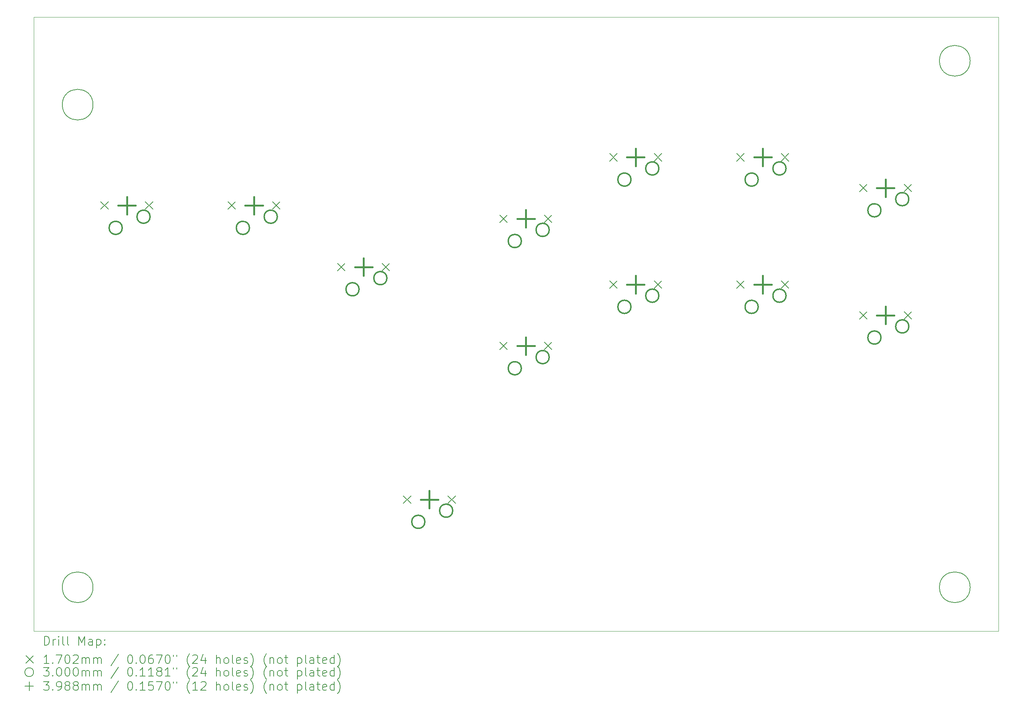
<source format=gbr>
%TF.GenerationSoftware,KiCad,Pcbnew,7.0.2*%
%TF.CreationDate,2023-06-15T01:27:32-07:00*%
%TF.ProjectId,DS5,4453352e-6b69-4636-9164-5f7063625858,rev?*%
%TF.SameCoordinates,Original*%
%TF.FileFunction,Drillmap*%
%TF.FilePolarity,Positive*%
%FSLAX45Y45*%
G04 Gerber Fmt 4.5, Leading zero omitted, Abs format (unit mm)*
G04 Created by KiCad (PCBNEW 7.0.2) date 2023-06-15 01:27:32*
%MOMM*%
%LPD*%
G01*
G04 APERTURE LIST*
%ADD10C,0.150000*%
%ADD11C,0.100000*%
%ADD12C,0.200000*%
%ADD13C,0.170180*%
%ADD14C,0.300000*%
%ADD15C,0.398780*%
G04 APERTURE END LIST*
D10*
X3150000Y-3700000D02*
G75*
G03*
X3150000Y-3700000I-350000J0D01*
G01*
X3150000Y-14700000D02*
G75*
G03*
X3150000Y-14700000I-350000J0D01*
G01*
X23150000Y-14700000D02*
G75*
G03*
X23150000Y-14700000I-350000J0D01*
G01*
X23150000Y-2700000D02*
G75*
G03*
X23150000Y-2700000I-350000J0D01*
G01*
D11*
X1800000Y-1700000D02*
X23800000Y-1700000D01*
X23800000Y-15700000D01*
X1800000Y-15700000D01*
X1800000Y-1700000D01*
D12*
D13*
X3327910Y-5914910D02*
X3498090Y-6085090D01*
X3498090Y-5914910D02*
X3327910Y-6085090D01*
X4343910Y-5914910D02*
X4514090Y-6085090D01*
X4514090Y-5914910D02*
X4343910Y-6085090D01*
X6227910Y-5914910D02*
X6398090Y-6085090D01*
X6398090Y-5914910D02*
X6227910Y-6085090D01*
X7243910Y-5914910D02*
X7414090Y-6085090D01*
X7414090Y-5914910D02*
X7243910Y-6085090D01*
X8727910Y-7314910D02*
X8898090Y-7485090D01*
X8898090Y-7314910D02*
X8727910Y-7485090D01*
X9743910Y-7314910D02*
X9914090Y-7485090D01*
X9914090Y-7314910D02*
X9743910Y-7485090D01*
X10227910Y-12614910D02*
X10398090Y-12785090D01*
X10398090Y-12614910D02*
X10227910Y-12785090D01*
X11243910Y-12614910D02*
X11414090Y-12785090D01*
X11414090Y-12614910D02*
X11243910Y-12785090D01*
X12427910Y-6214910D02*
X12598090Y-6385090D01*
X12598090Y-6214910D02*
X12427910Y-6385090D01*
X12427910Y-9114910D02*
X12598090Y-9285090D01*
X12598090Y-9114910D02*
X12427910Y-9285090D01*
X13443910Y-6214910D02*
X13614090Y-6385090D01*
X13614090Y-6214910D02*
X13443910Y-6385090D01*
X13443910Y-9114910D02*
X13614090Y-9285090D01*
X13614090Y-9114910D02*
X13443910Y-9285090D01*
X14927910Y-4814910D02*
X15098090Y-4985090D01*
X15098090Y-4814910D02*
X14927910Y-4985090D01*
X14927910Y-7714910D02*
X15098090Y-7885090D01*
X15098090Y-7714910D02*
X14927910Y-7885090D01*
X15943910Y-4814910D02*
X16114090Y-4985090D01*
X16114090Y-4814910D02*
X15943910Y-4985090D01*
X15943910Y-7714910D02*
X16114090Y-7885090D01*
X16114090Y-7714910D02*
X15943910Y-7885090D01*
X17827910Y-4814910D02*
X17998090Y-4985090D01*
X17998090Y-4814910D02*
X17827910Y-4985090D01*
X17827910Y-7714910D02*
X17998090Y-7885090D01*
X17998090Y-7714910D02*
X17827910Y-7885090D01*
X18843910Y-4814910D02*
X19014090Y-4985090D01*
X19014090Y-4814910D02*
X18843910Y-4985090D01*
X18843910Y-7714910D02*
X19014090Y-7885090D01*
X19014090Y-7714910D02*
X18843910Y-7885090D01*
X20627910Y-5514910D02*
X20798090Y-5685090D01*
X20798090Y-5514910D02*
X20627910Y-5685090D01*
X20627910Y-8414910D02*
X20798090Y-8585090D01*
X20798090Y-8414910D02*
X20627910Y-8585090D01*
X21643910Y-5514910D02*
X21814090Y-5685090D01*
X21814090Y-5514910D02*
X21643910Y-5685090D01*
X21643910Y-8414910D02*
X21814090Y-8585090D01*
X21814090Y-8414910D02*
X21643910Y-8585090D01*
D14*
X3817000Y-6508000D02*
G75*
G03*
X3817000Y-6508000I-150000J0D01*
G01*
X4452000Y-6254000D02*
G75*
G03*
X4452000Y-6254000I-150000J0D01*
G01*
X6717000Y-6508000D02*
G75*
G03*
X6717000Y-6508000I-150000J0D01*
G01*
X7352000Y-6254000D02*
G75*
G03*
X7352000Y-6254000I-150000J0D01*
G01*
X9217000Y-7908000D02*
G75*
G03*
X9217000Y-7908000I-150000J0D01*
G01*
X9852000Y-7654000D02*
G75*
G03*
X9852000Y-7654000I-150000J0D01*
G01*
X10717000Y-13208000D02*
G75*
G03*
X10717000Y-13208000I-150000J0D01*
G01*
X11352000Y-12954000D02*
G75*
G03*
X11352000Y-12954000I-150000J0D01*
G01*
X12917000Y-6808000D02*
G75*
G03*
X12917000Y-6808000I-150000J0D01*
G01*
X12917000Y-9708000D02*
G75*
G03*
X12917000Y-9708000I-150000J0D01*
G01*
X13552000Y-6554000D02*
G75*
G03*
X13552000Y-6554000I-150000J0D01*
G01*
X13552000Y-9454000D02*
G75*
G03*
X13552000Y-9454000I-150000J0D01*
G01*
X15417000Y-5408000D02*
G75*
G03*
X15417000Y-5408000I-150000J0D01*
G01*
X15417000Y-8308000D02*
G75*
G03*
X15417000Y-8308000I-150000J0D01*
G01*
X16052000Y-5154000D02*
G75*
G03*
X16052000Y-5154000I-150000J0D01*
G01*
X16052000Y-8054000D02*
G75*
G03*
X16052000Y-8054000I-150000J0D01*
G01*
X18317000Y-5408000D02*
G75*
G03*
X18317000Y-5408000I-150000J0D01*
G01*
X18317000Y-8308000D02*
G75*
G03*
X18317000Y-8308000I-150000J0D01*
G01*
X18952000Y-5154000D02*
G75*
G03*
X18952000Y-5154000I-150000J0D01*
G01*
X18952000Y-8054000D02*
G75*
G03*
X18952000Y-8054000I-150000J0D01*
G01*
X21117000Y-6108000D02*
G75*
G03*
X21117000Y-6108000I-150000J0D01*
G01*
X21117000Y-9008000D02*
G75*
G03*
X21117000Y-9008000I-150000J0D01*
G01*
X21752000Y-5854000D02*
G75*
G03*
X21752000Y-5854000I-150000J0D01*
G01*
X21752000Y-8754000D02*
G75*
G03*
X21752000Y-8754000I-150000J0D01*
G01*
D15*
X3921000Y-5800610D02*
X3921000Y-6199390D01*
X3721610Y-6000000D02*
X4120390Y-6000000D01*
X6821000Y-5800610D02*
X6821000Y-6199390D01*
X6621610Y-6000000D02*
X7020390Y-6000000D01*
X9321000Y-7200610D02*
X9321000Y-7599390D01*
X9121610Y-7400000D02*
X9520390Y-7400000D01*
X10821000Y-12500610D02*
X10821000Y-12899390D01*
X10621610Y-12700000D02*
X11020390Y-12700000D01*
X13021000Y-6100610D02*
X13021000Y-6499390D01*
X12821610Y-6300000D02*
X13220390Y-6300000D01*
X13021000Y-9000610D02*
X13021000Y-9399390D01*
X12821610Y-9200000D02*
X13220390Y-9200000D01*
X15521000Y-4700610D02*
X15521000Y-5099390D01*
X15321610Y-4900000D02*
X15720390Y-4900000D01*
X15521000Y-7600610D02*
X15521000Y-7999390D01*
X15321610Y-7800000D02*
X15720390Y-7800000D01*
X18421000Y-4700610D02*
X18421000Y-5099390D01*
X18221610Y-4900000D02*
X18620390Y-4900000D01*
X18421000Y-7600610D02*
X18421000Y-7999390D01*
X18221610Y-7800000D02*
X18620390Y-7800000D01*
X21221000Y-5400610D02*
X21221000Y-5799390D01*
X21021610Y-5600000D02*
X21420390Y-5600000D01*
X21221000Y-8300610D02*
X21221000Y-8699390D01*
X21021610Y-8500000D02*
X21420390Y-8500000D01*
D12*
X2042619Y-16017524D02*
X2042619Y-15817524D01*
X2042619Y-15817524D02*
X2090238Y-15817524D01*
X2090238Y-15817524D02*
X2118810Y-15827048D01*
X2118810Y-15827048D02*
X2137857Y-15846095D01*
X2137857Y-15846095D02*
X2147381Y-15865143D01*
X2147381Y-15865143D02*
X2156905Y-15903238D01*
X2156905Y-15903238D02*
X2156905Y-15931809D01*
X2156905Y-15931809D02*
X2147381Y-15969905D01*
X2147381Y-15969905D02*
X2137857Y-15988952D01*
X2137857Y-15988952D02*
X2118810Y-16008000D01*
X2118810Y-16008000D02*
X2090238Y-16017524D01*
X2090238Y-16017524D02*
X2042619Y-16017524D01*
X2242619Y-16017524D02*
X2242619Y-15884190D01*
X2242619Y-15922286D02*
X2252143Y-15903238D01*
X2252143Y-15903238D02*
X2261667Y-15893714D01*
X2261667Y-15893714D02*
X2280714Y-15884190D01*
X2280714Y-15884190D02*
X2299762Y-15884190D01*
X2366429Y-16017524D02*
X2366429Y-15884190D01*
X2366429Y-15817524D02*
X2356905Y-15827048D01*
X2356905Y-15827048D02*
X2366429Y-15836571D01*
X2366429Y-15836571D02*
X2375952Y-15827048D01*
X2375952Y-15827048D02*
X2366429Y-15817524D01*
X2366429Y-15817524D02*
X2366429Y-15836571D01*
X2490238Y-16017524D02*
X2471190Y-16008000D01*
X2471190Y-16008000D02*
X2461667Y-15988952D01*
X2461667Y-15988952D02*
X2461667Y-15817524D01*
X2595000Y-16017524D02*
X2575952Y-16008000D01*
X2575952Y-16008000D02*
X2566429Y-15988952D01*
X2566429Y-15988952D02*
X2566429Y-15817524D01*
X2823571Y-16017524D02*
X2823571Y-15817524D01*
X2823571Y-15817524D02*
X2890238Y-15960381D01*
X2890238Y-15960381D02*
X2956905Y-15817524D01*
X2956905Y-15817524D02*
X2956905Y-16017524D01*
X3137857Y-16017524D02*
X3137857Y-15912762D01*
X3137857Y-15912762D02*
X3128333Y-15893714D01*
X3128333Y-15893714D02*
X3109286Y-15884190D01*
X3109286Y-15884190D02*
X3071190Y-15884190D01*
X3071190Y-15884190D02*
X3052143Y-15893714D01*
X3137857Y-16008000D02*
X3118809Y-16017524D01*
X3118809Y-16017524D02*
X3071190Y-16017524D01*
X3071190Y-16017524D02*
X3052143Y-16008000D01*
X3052143Y-16008000D02*
X3042619Y-15988952D01*
X3042619Y-15988952D02*
X3042619Y-15969905D01*
X3042619Y-15969905D02*
X3052143Y-15950857D01*
X3052143Y-15950857D02*
X3071190Y-15941333D01*
X3071190Y-15941333D02*
X3118809Y-15941333D01*
X3118809Y-15941333D02*
X3137857Y-15931809D01*
X3233095Y-15884190D02*
X3233095Y-16084190D01*
X3233095Y-15893714D02*
X3252143Y-15884190D01*
X3252143Y-15884190D02*
X3290238Y-15884190D01*
X3290238Y-15884190D02*
X3309286Y-15893714D01*
X3309286Y-15893714D02*
X3318809Y-15903238D01*
X3318809Y-15903238D02*
X3328333Y-15922286D01*
X3328333Y-15922286D02*
X3328333Y-15979428D01*
X3328333Y-15979428D02*
X3318809Y-15998476D01*
X3318809Y-15998476D02*
X3309286Y-16008000D01*
X3309286Y-16008000D02*
X3290238Y-16017524D01*
X3290238Y-16017524D02*
X3252143Y-16017524D01*
X3252143Y-16017524D02*
X3233095Y-16008000D01*
X3414048Y-15998476D02*
X3423571Y-16008000D01*
X3423571Y-16008000D02*
X3414048Y-16017524D01*
X3414048Y-16017524D02*
X3404524Y-16008000D01*
X3404524Y-16008000D02*
X3414048Y-15998476D01*
X3414048Y-15998476D02*
X3414048Y-16017524D01*
X3414048Y-15893714D02*
X3423571Y-15903238D01*
X3423571Y-15903238D02*
X3414048Y-15912762D01*
X3414048Y-15912762D02*
X3404524Y-15903238D01*
X3404524Y-15903238D02*
X3414048Y-15893714D01*
X3414048Y-15893714D02*
X3414048Y-15912762D01*
D13*
X1624820Y-16259910D02*
X1795000Y-16430090D01*
X1795000Y-16259910D02*
X1624820Y-16430090D01*
D12*
X2147381Y-16437524D02*
X2033095Y-16437524D01*
X2090238Y-16437524D02*
X2090238Y-16237524D01*
X2090238Y-16237524D02*
X2071190Y-16266095D01*
X2071190Y-16266095D02*
X2052143Y-16285143D01*
X2052143Y-16285143D02*
X2033095Y-16294667D01*
X2233095Y-16418476D02*
X2242619Y-16428000D01*
X2242619Y-16428000D02*
X2233095Y-16437524D01*
X2233095Y-16437524D02*
X2223571Y-16428000D01*
X2223571Y-16428000D02*
X2233095Y-16418476D01*
X2233095Y-16418476D02*
X2233095Y-16437524D01*
X2309286Y-16237524D02*
X2442619Y-16237524D01*
X2442619Y-16237524D02*
X2356905Y-16437524D01*
X2556905Y-16237524D02*
X2575952Y-16237524D01*
X2575952Y-16237524D02*
X2595000Y-16247048D01*
X2595000Y-16247048D02*
X2604524Y-16256571D01*
X2604524Y-16256571D02*
X2614048Y-16275619D01*
X2614048Y-16275619D02*
X2623571Y-16313714D01*
X2623571Y-16313714D02*
X2623571Y-16361333D01*
X2623571Y-16361333D02*
X2614048Y-16399428D01*
X2614048Y-16399428D02*
X2604524Y-16418476D01*
X2604524Y-16418476D02*
X2595000Y-16428000D01*
X2595000Y-16428000D02*
X2575952Y-16437524D01*
X2575952Y-16437524D02*
X2556905Y-16437524D01*
X2556905Y-16437524D02*
X2537857Y-16428000D01*
X2537857Y-16428000D02*
X2528333Y-16418476D01*
X2528333Y-16418476D02*
X2518810Y-16399428D01*
X2518810Y-16399428D02*
X2509286Y-16361333D01*
X2509286Y-16361333D02*
X2509286Y-16313714D01*
X2509286Y-16313714D02*
X2518810Y-16275619D01*
X2518810Y-16275619D02*
X2528333Y-16256571D01*
X2528333Y-16256571D02*
X2537857Y-16247048D01*
X2537857Y-16247048D02*
X2556905Y-16237524D01*
X2699762Y-16256571D02*
X2709286Y-16247048D01*
X2709286Y-16247048D02*
X2728333Y-16237524D01*
X2728333Y-16237524D02*
X2775952Y-16237524D01*
X2775952Y-16237524D02*
X2795000Y-16247048D01*
X2795000Y-16247048D02*
X2804524Y-16256571D01*
X2804524Y-16256571D02*
X2814048Y-16275619D01*
X2814048Y-16275619D02*
X2814048Y-16294667D01*
X2814048Y-16294667D02*
X2804524Y-16323238D01*
X2804524Y-16323238D02*
X2690238Y-16437524D01*
X2690238Y-16437524D02*
X2814048Y-16437524D01*
X2899762Y-16437524D02*
X2899762Y-16304190D01*
X2899762Y-16323238D02*
X2909286Y-16313714D01*
X2909286Y-16313714D02*
X2928333Y-16304190D01*
X2928333Y-16304190D02*
X2956905Y-16304190D01*
X2956905Y-16304190D02*
X2975952Y-16313714D01*
X2975952Y-16313714D02*
X2985476Y-16332762D01*
X2985476Y-16332762D02*
X2985476Y-16437524D01*
X2985476Y-16332762D02*
X2995000Y-16313714D01*
X2995000Y-16313714D02*
X3014048Y-16304190D01*
X3014048Y-16304190D02*
X3042619Y-16304190D01*
X3042619Y-16304190D02*
X3061667Y-16313714D01*
X3061667Y-16313714D02*
X3071190Y-16332762D01*
X3071190Y-16332762D02*
X3071190Y-16437524D01*
X3166429Y-16437524D02*
X3166429Y-16304190D01*
X3166429Y-16323238D02*
X3175952Y-16313714D01*
X3175952Y-16313714D02*
X3195000Y-16304190D01*
X3195000Y-16304190D02*
X3223571Y-16304190D01*
X3223571Y-16304190D02*
X3242619Y-16313714D01*
X3242619Y-16313714D02*
X3252143Y-16332762D01*
X3252143Y-16332762D02*
X3252143Y-16437524D01*
X3252143Y-16332762D02*
X3261667Y-16313714D01*
X3261667Y-16313714D02*
X3280714Y-16304190D01*
X3280714Y-16304190D02*
X3309286Y-16304190D01*
X3309286Y-16304190D02*
X3328333Y-16313714D01*
X3328333Y-16313714D02*
X3337857Y-16332762D01*
X3337857Y-16332762D02*
X3337857Y-16437524D01*
X3728333Y-16228000D02*
X3556905Y-16485143D01*
X3985476Y-16237524D02*
X4004524Y-16237524D01*
X4004524Y-16237524D02*
X4023572Y-16247048D01*
X4023572Y-16247048D02*
X4033095Y-16256571D01*
X4033095Y-16256571D02*
X4042619Y-16275619D01*
X4042619Y-16275619D02*
X4052143Y-16313714D01*
X4052143Y-16313714D02*
X4052143Y-16361333D01*
X4052143Y-16361333D02*
X4042619Y-16399428D01*
X4042619Y-16399428D02*
X4033095Y-16418476D01*
X4033095Y-16418476D02*
X4023572Y-16428000D01*
X4023572Y-16428000D02*
X4004524Y-16437524D01*
X4004524Y-16437524D02*
X3985476Y-16437524D01*
X3985476Y-16437524D02*
X3966429Y-16428000D01*
X3966429Y-16428000D02*
X3956905Y-16418476D01*
X3956905Y-16418476D02*
X3947381Y-16399428D01*
X3947381Y-16399428D02*
X3937857Y-16361333D01*
X3937857Y-16361333D02*
X3937857Y-16313714D01*
X3937857Y-16313714D02*
X3947381Y-16275619D01*
X3947381Y-16275619D02*
X3956905Y-16256571D01*
X3956905Y-16256571D02*
X3966429Y-16247048D01*
X3966429Y-16247048D02*
X3985476Y-16237524D01*
X4137857Y-16418476D02*
X4147381Y-16428000D01*
X4147381Y-16428000D02*
X4137857Y-16437524D01*
X4137857Y-16437524D02*
X4128333Y-16428000D01*
X4128333Y-16428000D02*
X4137857Y-16418476D01*
X4137857Y-16418476D02*
X4137857Y-16437524D01*
X4271191Y-16237524D02*
X4290238Y-16237524D01*
X4290238Y-16237524D02*
X4309286Y-16247048D01*
X4309286Y-16247048D02*
X4318810Y-16256571D01*
X4318810Y-16256571D02*
X4328334Y-16275619D01*
X4328334Y-16275619D02*
X4337857Y-16313714D01*
X4337857Y-16313714D02*
X4337857Y-16361333D01*
X4337857Y-16361333D02*
X4328334Y-16399428D01*
X4328334Y-16399428D02*
X4318810Y-16418476D01*
X4318810Y-16418476D02*
X4309286Y-16428000D01*
X4309286Y-16428000D02*
X4290238Y-16437524D01*
X4290238Y-16437524D02*
X4271191Y-16437524D01*
X4271191Y-16437524D02*
X4252143Y-16428000D01*
X4252143Y-16428000D02*
X4242619Y-16418476D01*
X4242619Y-16418476D02*
X4233095Y-16399428D01*
X4233095Y-16399428D02*
X4223572Y-16361333D01*
X4223572Y-16361333D02*
X4223572Y-16313714D01*
X4223572Y-16313714D02*
X4233095Y-16275619D01*
X4233095Y-16275619D02*
X4242619Y-16256571D01*
X4242619Y-16256571D02*
X4252143Y-16247048D01*
X4252143Y-16247048D02*
X4271191Y-16237524D01*
X4509286Y-16237524D02*
X4471191Y-16237524D01*
X4471191Y-16237524D02*
X4452143Y-16247048D01*
X4452143Y-16247048D02*
X4442619Y-16256571D01*
X4442619Y-16256571D02*
X4423572Y-16285143D01*
X4423572Y-16285143D02*
X4414048Y-16323238D01*
X4414048Y-16323238D02*
X4414048Y-16399428D01*
X4414048Y-16399428D02*
X4423572Y-16418476D01*
X4423572Y-16418476D02*
X4433095Y-16428000D01*
X4433095Y-16428000D02*
X4452143Y-16437524D01*
X4452143Y-16437524D02*
X4490238Y-16437524D01*
X4490238Y-16437524D02*
X4509286Y-16428000D01*
X4509286Y-16428000D02*
X4518810Y-16418476D01*
X4518810Y-16418476D02*
X4528334Y-16399428D01*
X4528334Y-16399428D02*
X4528334Y-16351809D01*
X4528334Y-16351809D02*
X4518810Y-16332762D01*
X4518810Y-16332762D02*
X4509286Y-16323238D01*
X4509286Y-16323238D02*
X4490238Y-16313714D01*
X4490238Y-16313714D02*
X4452143Y-16313714D01*
X4452143Y-16313714D02*
X4433095Y-16323238D01*
X4433095Y-16323238D02*
X4423572Y-16332762D01*
X4423572Y-16332762D02*
X4414048Y-16351809D01*
X4595000Y-16237524D02*
X4728334Y-16237524D01*
X4728334Y-16237524D02*
X4642619Y-16437524D01*
X4842619Y-16237524D02*
X4861667Y-16237524D01*
X4861667Y-16237524D02*
X4880715Y-16247048D01*
X4880715Y-16247048D02*
X4890238Y-16256571D01*
X4890238Y-16256571D02*
X4899762Y-16275619D01*
X4899762Y-16275619D02*
X4909286Y-16313714D01*
X4909286Y-16313714D02*
X4909286Y-16361333D01*
X4909286Y-16361333D02*
X4899762Y-16399428D01*
X4899762Y-16399428D02*
X4890238Y-16418476D01*
X4890238Y-16418476D02*
X4880715Y-16428000D01*
X4880715Y-16428000D02*
X4861667Y-16437524D01*
X4861667Y-16437524D02*
X4842619Y-16437524D01*
X4842619Y-16437524D02*
X4823572Y-16428000D01*
X4823572Y-16428000D02*
X4814048Y-16418476D01*
X4814048Y-16418476D02*
X4804524Y-16399428D01*
X4804524Y-16399428D02*
X4795000Y-16361333D01*
X4795000Y-16361333D02*
X4795000Y-16313714D01*
X4795000Y-16313714D02*
X4804524Y-16275619D01*
X4804524Y-16275619D02*
X4814048Y-16256571D01*
X4814048Y-16256571D02*
X4823572Y-16247048D01*
X4823572Y-16247048D02*
X4842619Y-16237524D01*
X4985476Y-16237524D02*
X4985476Y-16275619D01*
X5061667Y-16237524D02*
X5061667Y-16275619D01*
X5356905Y-16513714D02*
X5347381Y-16504190D01*
X5347381Y-16504190D02*
X5328334Y-16475619D01*
X5328334Y-16475619D02*
X5318810Y-16456571D01*
X5318810Y-16456571D02*
X5309286Y-16428000D01*
X5309286Y-16428000D02*
X5299762Y-16380381D01*
X5299762Y-16380381D02*
X5299762Y-16342286D01*
X5299762Y-16342286D02*
X5309286Y-16294667D01*
X5309286Y-16294667D02*
X5318810Y-16266095D01*
X5318810Y-16266095D02*
X5328334Y-16247048D01*
X5328334Y-16247048D02*
X5347381Y-16218476D01*
X5347381Y-16218476D02*
X5356905Y-16208952D01*
X5423572Y-16256571D02*
X5433096Y-16247048D01*
X5433096Y-16247048D02*
X5452143Y-16237524D01*
X5452143Y-16237524D02*
X5499762Y-16237524D01*
X5499762Y-16237524D02*
X5518810Y-16247048D01*
X5518810Y-16247048D02*
X5528334Y-16256571D01*
X5528334Y-16256571D02*
X5537857Y-16275619D01*
X5537857Y-16275619D02*
X5537857Y-16294667D01*
X5537857Y-16294667D02*
X5528334Y-16323238D01*
X5528334Y-16323238D02*
X5414048Y-16437524D01*
X5414048Y-16437524D02*
X5537857Y-16437524D01*
X5709286Y-16304190D02*
X5709286Y-16437524D01*
X5661667Y-16228000D02*
X5614048Y-16370857D01*
X5614048Y-16370857D02*
X5737857Y-16370857D01*
X5966429Y-16437524D02*
X5966429Y-16237524D01*
X6052143Y-16437524D02*
X6052143Y-16332762D01*
X6052143Y-16332762D02*
X6042619Y-16313714D01*
X6042619Y-16313714D02*
X6023572Y-16304190D01*
X6023572Y-16304190D02*
X5995000Y-16304190D01*
X5995000Y-16304190D02*
X5975953Y-16313714D01*
X5975953Y-16313714D02*
X5966429Y-16323238D01*
X6175953Y-16437524D02*
X6156905Y-16428000D01*
X6156905Y-16428000D02*
X6147381Y-16418476D01*
X6147381Y-16418476D02*
X6137857Y-16399428D01*
X6137857Y-16399428D02*
X6137857Y-16342286D01*
X6137857Y-16342286D02*
X6147381Y-16323238D01*
X6147381Y-16323238D02*
X6156905Y-16313714D01*
X6156905Y-16313714D02*
X6175953Y-16304190D01*
X6175953Y-16304190D02*
X6204524Y-16304190D01*
X6204524Y-16304190D02*
X6223572Y-16313714D01*
X6223572Y-16313714D02*
X6233096Y-16323238D01*
X6233096Y-16323238D02*
X6242619Y-16342286D01*
X6242619Y-16342286D02*
X6242619Y-16399428D01*
X6242619Y-16399428D02*
X6233096Y-16418476D01*
X6233096Y-16418476D02*
X6223572Y-16428000D01*
X6223572Y-16428000D02*
X6204524Y-16437524D01*
X6204524Y-16437524D02*
X6175953Y-16437524D01*
X6356905Y-16437524D02*
X6337857Y-16428000D01*
X6337857Y-16428000D02*
X6328334Y-16408952D01*
X6328334Y-16408952D02*
X6328334Y-16237524D01*
X6509286Y-16428000D02*
X6490238Y-16437524D01*
X6490238Y-16437524D02*
X6452143Y-16437524D01*
X6452143Y-16437524D02*
X6433096Y-16428000D01*
X6433096Y-16428000D02*
X6423572Y-16408952D01*
X6423572Y-16408952D02*
X6423572Y-16332762D01*
X6423572Y-16332762D02*
X6433096Y-16313714D01*
X6433096Y-16313714D02*
X6452143Y-16304190D01*
X6452143Y-16304190D02*
X6490238Y-16304190D01*
X6490238Y-16304190D02*
X6509286Y-16313714D01*
X6509286Y-16313714D02*
X6518810Y-16332762D01*
X6518810Y-16332762D02*
X6518810Y-16351809D01*
X6518810Y-16351809D02*
X6423572Y-16370857D01*
X6595000Y-16428000D02*
X6614048Y-16437524D01*
X6614048Y-16437524D02*
X6652143Y-16437524D01*
X6652143Y-16437524D02*
X6671191Y-16428000D01*
X6671191Y-16428000D02*
X6680715Y-16408952D01*
X6680715Y-16408952D02*
X6680715Y-16399428D01*
X6680715Y-16399428D02*
X6671191Y-16380381D01*
X6671191Y-16380381D02*
X6652143Y-16370857D01*
X6652143Y-16370857D02*
X6623572Y-16370857D01*
X6623572Y-16370857D02*
X6604524Y-16361333D01*
X6604524Y-16361333D02*
X6595000Y-16342286D01*
X6595000Y-16342286D02*
X6595000Y-16332762D01*
X6595000Y-16332762D02*
X6604524Y-16313714D01*
X6604524Y-16313714D02*
X6623572Y-16304190D01*
X6623572Y-16304190D02*
X6652143Y-16304190D01*
X6652143Y-16304190D02*
X6671191Y-16313714D01*
X6747381Y-16513714D02*
X6756905Y-16504190D01*
X6756905Y-16504190D02*
X6775953Y-16475619D01*
X6775953Y-16475619D02*
X6785477Y-16456571D01*
X6785477Y-16456571D02*
X6795000Y-16428000D01*
X6795000Y-16428000D02*
X6804524Y-16380381D01*
X6804524Y-16380381D02*
X6804524Y-16342286D01*
X6804524Y-16342286D02*
X6795000Y-16294667D01*
X6795000Y-16294667D02*
X6785477Y-16266095D01*
X6785477Y-16266095D02*
X6775953Y-16247048D01*
X6775953Y-16247048D02*
X6756905Y-16218476D01*
X6756905Y-16218476D02*
X6747381Y-16208952D01*
X7109286Y-16513714D02*
X7099762Y-16504190D01*
X7099762Y-16504190D02*
X7080715Y-16475619D01*
X7080715Y-16475619D02*
X7071191Y-16456571D01*
X7071191Y-16456571D02*
X7061667Y-16428000D01*
X7061667Y-16428000D02*
X7052143Y-16380381D01*
X7052143Y-16380381D02*
X7052143Y-16342286D01*
X7052143Y-16342286D02*
X7061667Y-16294667D01*
X7061667Y-16294667D02*
X7071191Y-16266095D01*
X7071191Y-16266095D02*
X7080715Y-16247048D01*
X7080715Y-16247048D02*
X7099762Y-16218476D01*
X7099762Y-16218476D02*
X7109286Y-16208952D01*
X7185477Y-16304190D02*
X7185477Y-16437524D01*
X7185477Y-16323238D02*
X7195000Y-16313714D01*
X7195000Y-16313714D02*
X7214048Y-16304190D01*
X7214048Y-16304190D02*
X7242619Y-16304190D01*
X7242619Y-16304190D02*
X7261667Y-16313714D01*
X7261667Y-16313714D02*
X7271191Y-16332762D01*
X7271191Y-16332762D02*
X7271191Y-16437524D01*
X7395000Y-16437524D02*
X7375953Y-16428000D01*
X7375953Y-16428000D02*
X7366429Y-16418476D01*
X7366429Y-16418476D02*
X7356905Y-16399428D01*
X7356905Y-16399428D02*
X7356905Y-16342286D01*
X7356905Y-16342286D02*
X7366429Y-16323238D01*
X7366429Y-16323238D02*
X7375953Y-16313714D01*
X7375953Y-16313714D02*
X7395000Y-16304190D01*
X7395000Y-16304190D02*
X7423572Y-16304190D01*
X7423572Y-16304190D02*
X7442619Y-16313714D01*
X7442619Y-16313714D02*
X7452143Y-16323238D01*
X7452143Y-16323238D02*
X7461667Y-16342286D01*
X7461667Y-16342286D02*
X7461667Y-16399428D01*
X7461667Y-16399428D02*
X7452143Y-16418476D01*
X7452143Y-16418476D02*
X7442619Y-16428000D01*
X7442619Y-16428000D02*
X7423572Y-16437524D01*
X7423572Y-16437524D02*
X7395000Y-16437524D01*
X7518810Y-16304190D02*
X7595000Y-16304190D01*
X7547381Y-16237524D02*
X7547381Y-16408952D01*
X7547381Y-16408952D02*
X7556905Y-16428000D01*
X7556905Y-16428000D02*
X7575953Y-16437524D01*
X7575953Y-16437524D02*
X7595000Y-16437524D01*
X7814048Y-16304190D02*
X7814048Y-16504190D01*
X7814048Y-16313714D02*
X7833096Y-16304190D01*
X7833096Y-16304190D02*
X7871191Y-16304190D01*
X7871191Y-16304190D02*
X7890239Y-16313714D01*
X7890239Y-16313714D02*
X7899762Y-16323238D01*
X7899762Y-16323238D02*
X7909286Y-16342286D01*
X7909286Y-16342286D02*
X7909286Y-16399428D01*
X7909286Y-16399428D02*
X7899762Y-16418476D01*
X7899762Y-16418476D02*
X7890239Y-16428000D01*
X7890239Y-16428000D02*
X7871191Y-16437524D01*
X7871191Y-16437524D02*
X7833096Y-16437524D01*
X7833096Y-16437524D02*
X7814048Y-16428000D01*
X8023572Y-16437524D02*
X8004524Y-16428000D01*
X8004524Y-16428000D02*
X7995000Y-16408952D01*
X7995000Y-16408952D02*
X7995000Y-16237524D01*
X8185477Y-16437524D02*
X8185477Y-16332762D01*
X8185477Y-16332762D02*
X8175953Y-16313714D01*
X8175953Y-16313714D02*
X8156905Y-16304190D01*
X8156905Y-16304190D02*
X8118810Y-16304190D01*
X8118810Y-16304190D02*
X8099762Y-16313714D01*
X8185477Y-16428000D02*
X8166429Y-16437524D01*
X8166429Y-16437524D02*
X8118810Y-16437524D01*
X8118810Y-16437524D02*
X8099762Y-16428000D01*
X8099762Y-16428000D02*
X8090239Y-16408952D01*
X8090239Y-16408952D02*
X8090239Y-16389905D01*
X8090239Y-16389905D02*
X8099762Y-16370857D01*
X8099762Y-16370857D02*
X8118810Y-16361333D01*
X8118810Y-16361333D02*
X8166429Y-16361333D01*
X8166429Y-16361333D02*
X8185477Y-16351809D01*
X8252143Y-16304190D02*
X8328334Y-16304190D01*
X8280715Y-16237524D02*
X8280715Y-16408952D01*
X8280715Y-16408952D02*
X8290239Y-16428000D01*
X8290239Y-16428000D02*
X8309286Y-16437524D01*
X8309286Y-16437524D02*
X8328334Y-16437524D01*
X8471191Y-16428000D02*
X8452143Y-16437524D01*
X8452143Y-16437524D02*
X8414048Y-16437524D01*
X8414048Y-16437524D02*
X8395001Y-16428000D01*
X8395001Y-16428000D02*
X8385477Y-16408952D01*
X8385477Y-16408952D02*
X8385477Y-16332762D01*
X8385477Y-16332762D02*
X8395001Y-16313714D01*
X8395001Y-16313714D02*
X8414048Y-16304190D01*
X8414048Y-16304190D02*
X8452143Y-16304190D01*
X8452143Y-16304190D02*
X8471191Y-16313714D01*
X8471191Y-16313714D02*
X8480715Y-16332762D01*
X8480715Y-16332762D02*
X8480715Y-16351809D01*
X8480715Y-16351809D02*
X8385477Y-16370857D01*
X8652143Y-16437524D02*
X8652143Y-16237524D01*
X8652143Y-16428000D02*
X8633096Y-16437524D01*
X8633096Y-16437524D02*
X8595001Y-16437524D01*
X8595001Y-16437524D02*
X8575953Y-16428000D01*
X8575953Y-16428000D02*
X8566429Y-16418476D01*
X8566429Y-16418476D02*
X8556905Y-16399428D01*
X8556905Y-16399428D02*
X8556905Y-16342286D01*
X8556905Y-16342286D02*
X8566429Y-16323238D01*
X8566429Y-16323238D02*
X8575953Y-16313714D01*
X8575953Y-16313714D02*
X8595001Y-16304190D01*
X8595001Y-16304190D02*
X8633096Y-16304190D01*
X8633096Y-16304190D02*
X8652143Y-16313714D01*
X8728334Y-16513714D02*
X8737858Y-16504190D01*
X8737858Y-16504190D02*
X8756905Y-16475619D01*
X8756905Y-16475619D02*
X8766429Y-16456571D01*
X8766429Y-16456571D02*
X8775953Y-16428000D01*
X8775953Y-16428000D02*
X8785477Y-16380381D01*
X8785477Y-16380381D02*
X8785477Y-16342286D01*
X8785477Y-16342286D02*
X8775953Y-16294667D01*
X8775953Y-16294667D02*
X8766429Y-16266095D01*
X8766429Y-16266095D02*
X8756905Y-16247048D01*
X8756905Y-16247048D02*
X8737858Y-16218476D01*
X8737858Y-16218476D02*
X8728334Y-16208952D01*
X1795000Y-16635180D02*
G75*
G03*
X1795000Y-16635180I-100000J0D01*
G01*
X2023571Y-16527704D02*
X2147381Y-16527704D01*
X2147381Y-16527704D02*
X2080714Y-16603894D01*
X2080714Y-16603894D02*
X2109286Y-16603894D01*
X2109286Y-16603894D02*
X2128333Y-16613418D01*
X2128333Y-16613418D02*
X2137857Y-16622942D01*
X2137857Y-16622942D02*
X2147381Y-16641989D01*
X2147381Y-16641989D02*
X2147381Y-16689608D01*
X2147381Y-16689608D02*
X2137857Y-16708656D01*
X2137857Y-16708656D02*
X2128333Y-16718180D01*
X2128333Y-16718180D02*
X2109286Y-16727704D01*
X2109286Y-16727704D02*
X2052143Y-16727704D01*
X2052143Y-16727704D02*
X2033095Y-16718180D01*
X2033095Y-16718180D02*
X2023571Y-16708656D01*
X2233095Y-16708656D02*
X2242619Y-16718180D01*
X2242619Y-16718180D02*
X2233095Y-16727704D01*
X2233095Y-16727704D02*
X2223571Y-16718180D01*
X2223571Y-16718180D02*
X2233095Y-16708656D01*
X2233095Y-16708656D02*
X2233095Y-16727704D01*
X2366429Y-16527704D02*
X2385476Y-16527704D01*
X2385476Y-16527704D02*
X2404524Y-16537228D01*
X2404524Y-16537228D02*
X2414048Y-16546751D01*
X2414048Y-16546751D02*
X2423571Y-16565799D01*
X2423571Y-16565799D02*
X2433095Y-16603894D01*
X2433095Y-16603894D02*
X2433095Y-16651513D01*
X2433095Y-16651513D02*
X2423571Y-16689608D01*
X2423571Y-16689608D02*
X2414048Y-16708656D01*
X2414048Y-16708656D02*
X2404524Y-16718180D01*
X2404524Y-16718180D02*
X2385476Y-16727704D01*
X2385476Y-16727704D02*
X2366429Y-16727704D01*
X2366429Y-16727704D02*
X2347381Y-16718180D01*
X2347381Y-16718180D02*
X2337857Y-16708656D01*
X2337857Y-16708656D02*
X2328333Y-16689608D01*
X2328333Y-16689608D02*
X2318810Y-16651513D01*
X2318810Y-16651513D02*
X2318810Y-16603894D01*
X2318810Y-16603894D02*
X2328333Y-16565799D01*
X2328333Y-16565799D02*
X2337857Y-16546751D01*
X2337857Y-16546751D02*
X2347381Y-16537228D01*
X2347381Y-16537228D02*
X2366429Y-16527704D01*
X2556905Y-16527704D02*
X2575952Y-16527704D01*
X2575952Y-16527704D02*
X2595000Y-16537228D01*
X2595000Y-16537228D02*
X2604524Y-16546751D01*
X2604524Y-16546751D02*
X2614048Y-16565799D01*
X2614048Y-16565799D02*
X2623571Y-16603894D01*
X2623571Y-16603894D02*
X2623571Y-16651513D01*
X2623571Y-16651513D02*
X2614048Y-16689608D01*
X2614048Y-16689608D02*
X2604524Y-16708656D01*
X2604524Y-16708656D02*
X2595000Y-16718180D01*
X2595000Y-16718180D02*
X2575952Y-16727704D01*
X2575952Y-16727704D02*
X2556905Y-16727704D01*
X2556905Y-16727704D02*
X2537857Y-16718180D01*
X2537857Y-16718180D02*
X2528333Y-16708656D01*
X2528333Y-16708656D02*
X2518810Y-16689608D01*
X2518810Y-16689608D02*
X2509286Y-16651513D01*
X2509286Y-16651513D02*
X2509286Y-16603894D01*
X2509286Y-16603894D02*
X2518810Y-16565799D01*
X2518810Y-16565799D02*
X2528333Y-16546751D01*
X2528333Y-16546751D02*
X2537857Y-16537228D01*
X2537857Y-16537228D02*
X2556905Y-16527704D01*
X2747381Y-16527704D02*
X2766429Y-16527704D01*
X2766429Y-16527704D02*
X2785476Y-16537228D01*
X2785476Y-16537228D02*
X2795000Y-16546751D01*
X2795000Y-16546751D02*
X2804524Y-16565799D01*
X2804524Y-16565799D02*
X2814048Y-16603894D01*
X2814048Y-16603894D02*
X2814048Y-16651513D01*
X2814048Y-16651513D02*
X2804524Y-16689608D01*
X2804524Y-16689608D02*
X2795000Y-16708656D01*
X2795000Y-16708656D02*
X2785476Y-16718180D01*
X2785476Y-16718180D02*
X2766429Y-16727704D01*
X2766429Y-16727704D02*
X2747381Y-16727704D01*
X2747381Y-16727704D02*
X2728333Y-16718180D01*
X2728333Y-16718180D02*
X2718810Y-16708656D01*
X2718810Y-16708656D02*
X2709286Y-16689608D01*
X2709286Y-16689608D02*
X2699762Y-16651513D01*
X2699762Y-16651513D02*
X2699762Y-16603894D01*
X2699762Y-16603894D02*
X2709286Y-16565799D01*
X2709286Y-16565799D02*
X2718810Y-16546751D01*
X2718810Y-16546751D02*
X2728333Y-16537228D01*
X2728333Y-16537228D02*
X2747381Y-16527704D01*
X2899762Y-16727704D02*
X2899762Y-16594370D01*
X2899762Y-16613418D02*
X2909286Y-16603894D01*
X2909286Y-16603894D02*
X2928333Y-16594370D01*
X2928333Y-16594370D02*
X2956905Y-16594370D01*
X2956905Y-16594370D02*
X2975952Y-16603894D01*
X2975952Y-16603894D02*
X2985476Y-16622942D01*
X2985476Y-16622942D02*
X2985476Y-16727704D01*
X2985476Y-16622942D02*
X2995000Y-16603894D01*
X2995000Y-16603894D02*
X3014048Y-16594370D01*
X3014048Y-16594370D02*
X3042619Y-16594370D01*
X3042619Y-16594370D02*
X3061667Y-16603894D01*
X3061667Y-16603894D02*
X3071190Y-16622942D01*
X3071190Y-16622942D02*
X3071190Y-16727704D01*
X3166429Y-16727704D02*
X3166429Y-16594370D01*
X3166429Y-16613418D02*
X3175952Y-16603894D01*
X3175952Y-16603894D02*
X3195000Y-16594370D01*
X3195000Y-16594370D02*
X3223571Y-16594370D01*
X3223571Y-16594370D02*
X3242619Y-16603894D01*
X3242619Y-16603894D02*
X3252143Y-16622942D01*
X3252143Y-16622942D02*
X3252143Y-16727704D01*
X3252143Y-16622942D02*
X3261667Y-16603894D01*
X3261667Y-16603894D02*
X3280714Y-16594370D01*
X3280714Y-16594370D02*
X3309286Y-16594370D01*
X3309286Y-16594370D02*
X3328333Y-16603894D01*
X3328333Y-16603894D02*
X3337857Y-16622942D01*
X3337857Y-16622942D02*
X3337857Y-16727704D01*
X3728333Y-16518180D02*
X3556905Y-16775323D01*
X3985476Y-16527704D02*
X4004524Y-16527704D01*
X4004524Y-16527704D02*
X4023572Y-16537228D01*
X4023572Y-16537228D02*
X4033095Y-16546751D01*
X4033095Y-16546751D02*
X4042619Y-16565799D01*
X4042619Y-16565799D02*
X4052143Y-16603894D01*
X4052143Y-16603894D02*
X4052143Y-16651513D01*
X4052143Y-16651513D02*
X4042619Y-16689608D01*
X4042619Y-16689608D02*
X4033095Y-16708656D01*
X4033095Y-16708656D02*
X4023572Y-16718180D01*
X4023572Y-16718180D02*
X4004524Y-16727704D01*
X4004524Y-16727704D02*
X3985476Y-16727704D01*
X3985476Y-16727704D02*
X3966429Y-16718180D01*
X3966429Y-16718180D02*
X3956905Y-16708656D01*
X3956905Y-16708656D02*
X3947381Y-16689608D01*
X3947381Y-16689608D02*
X3937857Y-16651513D01*
X3937857Y-16651513D02*
X3937857Y-16603894D01*
X3937857Y-16603894D02*
X3947381Y-16565799D01*
X3947381Y-16565799D02*
X3956905Y-16546751D01*
X3956905Y-16546751D02*
X3966429Y-16537228D01*
X3966429Y-16537228D02*
X3985476Y-16527704D01*
X4137857Y-16708656D02*
X4147381Y-16718180D01*
X4147381Y-16718180D02*
X4137857Y-16727704D01*
X4137857Y-16727704D02*
X4128333Y-16718180D01*
X4128333Y-16718180D02*
X4137857Y-16708656D01*
X4137857Y-16708656D02*
X4137857Y-16727704D01*
X4337857Y-16727704D02*
X4223572Y-16727704D01*
X4280714Y-16727704D02*
X4280714Y-16527704D01*
X4280714Y-16527704D02*
X4261667Y-16556275D01*
X4261667Y-16556275D02*
X4242619Y-16575323D01*
X4242619Y-16575323D02*
X4223572Y-16584847D01*
X4528334Y-16727704D02*
X4414048Y-16727704D01*
X4471191Y-16727704D02*
X4471191Y-16527704D01*
X4471191Y-16527704D02*
X4452143Y-16556275D01*
X4452143Y-16556275D02*
X4433095Y-16575323D01*
X4433095Y-16575323D02*
X4414048Y-16584847D01*
X4642619Y-16613418D02*
X4623572Y-16603894D01*
X4623572Y-16603894D02*
X4614048Y-16594370D01*
X4614048Y-16594370D02*
X4604524Y-16575323D01*
X4604524Y-16575323D02*
X4604524Y-16565799D01*
X4604524Y-16565799D02*
X4614048Y-16546751D01*
X4614048Y-16546751D02*
X4623572Y-16537228D01*
X4623572Y-16537228D02*
X4642619Y-16527704D01*
X4642619Y-16527704D02*
X4680715Y-16527704D01*
X4680715Y-16527704D02*
X4699762Y-16537228D01*
X4699762Y-16537228D02*
X4709286Y-16546751D01*
X4709286Y-16546751D02*
X4718810Y-16565799D01*
X4718810Y-16565799D02*
X4718810Y-16575323D01*
X4718810Y-16575323D02*
X4709286Y-16594370D01*
X4709286Y-16594370D02*
X4699762Y-16603894D01*
X4699762Y-16603894D02*
X4680715Y-16613418D01*
X4680715Y-16613418D02*
X4642619Y-16613418D01*
X4642619Y-16613418D02*
X4623572Y-16622942D01*
X4623572Y-16622942D02*
X4614048Y-16632466D01*
X4614048Y-16632466D02*
X4604524Y-16651513D01*
X4604524Y-16651513D02*
X4604524Y-16689608D01*
X4604524Y-16689608D02*
X4614048Y-16708656D01*
X4614048Y-16708656D02*
X4623572Y-16718180D01*
X4623572Y-16718180D02*
X4642619Y-16727704D01*
X4642619Y-16727704D02*
X4680715Y-16727704D01*
X4680715Y-16727704D02*
X4699762Y-16718180D01*
X4699762Y-16718180D02*
X4709286Y-16708656D01*
X4709286Y-16708656D02*
X4718810Y-16689608D01*
X4718810Y-16689608D02*
X4718810Y-16651513D01*
X4718810Y-16651513D02*
X4709286Y-16632466D01*
X4709286Y-16632466D02*
X4699762Y-16622942D01*
X4699762Y-16622942D02*
X4680715Y-16613418D01*
X4909286Y-16727704D02*
X4795000Y-16727704D01*
X4852143Y-16727704D02*
X4852143Y-16527704D01*
X4852143Y-16527704D02*
X4833095Y-16556275D01*
X4833095Y-16556275D02*
X4814048Y-16575323D01*
X4814048Y-16575323D02*
X4795000Y-16584847D01*
X4985476Y-16527704D02*
X4985476Y-16565799D01*
X5061667Y-16527704D02*
X5061667Y-16565799D01*
X5356905Y-16803894D02*
X5347381Y-16794370D01*
X5347381Y-16794370D02*
X5328334Y-16765799D01*
X5328334Y-16765799D02*
X5318810Y-16746751D01*
X5318810Y-16746751D02*
X5309286Y-16718180D01*
X5309286Y-16718180D02*
X5299762Y-16670561D01*
X5299762Y-16670561D02*
X5299762Y-16632466D01*
X5299762Y-16632466D02*
X5309286Y-16584847D01*
X5309286Y-16584847D02*
X5318810Y-16556275D01*
X5318810Y-16556275D02*
X5328334Y-16537228D01*
X5328334Y-16537228D02*
X5347381Y-16508656D01*
X5347381Y-16508656D02*
X5356905Y-16499132D01*
X5423572Y-16546751D02*
X5433096Y-16537228D01*
X5433096Y-16537228D02*
X5452143Y-16527704D01*
X5452143Y-16527704D02*
X5499762Y-16527704D01*
X5499762Y-16527704D02*
X5518810Y-16537228D01*
X5518810Y-16537228D02*
X5528334Y-16546751D01*
X5528334Y-16546751D02*
X5537857Y-16565799D01*
X5537857Y-16565799D02*
X5537857Y-16584847D01*
X5537857Y-16584847D02*
X5528334Y-16613418D01*
X5528334Y-16613418D02*
X5414048Y-16727704D01*
X5414048Y-16727704D02*
X5537857Y-16727704D01*
X5709286Y-16594370D02*
X5709286Y-16727704D01*
X5661667Y-16518180D02*
X5614048Y-16661037D01*
X5614048Y-16661037D02*
X5737857Y-16661037D01*
X5966429Y-16727704D02*
X5966429Y-16527704D01*
X6052143Y-16727704D02*
X6052143Y-16622942D01*
X6052143Y-16622942D02*
X6042619Y-16603894D01*
X6042619Y-16603894D02*
X6023572Y-16594370D01*
X6023572Y-16594370D02*
X5995000Y-16594370D01*
X5995000Y-16594370D02*
X5975953Y-16603894D01*
X5975953Y-16603894D02*
X5966429Y-16613418D01*
X6175953Y-16727704D02*
X6156905Y-16718180D01*
X6156905Y-16718180D02*
X6147381Y-16708656D01*
X6147381Y-16708656D02*
X6137857Y-16689608D01*
X6137857Y-16689608D02*
X6137857Y-16632466D01*
X6137857Y-16632466D02*
X6147381Y-16613418D01*
X6147381Y-16613418D02*
X6156905Y-16603894D01*
X6156905Y-16603894D02*
X6175953Y-16594370D01*
X6175953Y-16594370D02*
X6204524Y-16594370D01*
X6204524Y-16594370D02*
X6223572Y-16603894D01*
X6223572Y-16603894D02*
X6233096Y-16613418D01*
X6233096Y-16613418D02*
X6242619Y-16632466D01*
X6242619Y-16632466D02*
X6242619Y-16689608D01*
X6242619Y-16689608D02*
X6233096Y-16708656D01*
X6233096Y-16708656D02*
X6223572Y-16718180D01*
X6223572Y-16718180D02*
X6204524Y-16727704D01*
X6204524Y-16727704D02*
X6175953Y-16727704D01*
X6356905Y-16727704D02*
X6337857Y-16718180D01*
X6337857Y-16718180D02*
X6328334Y-16699132D01*
X6328334Y-16699132D02*
X6328334Y-16527704D01*
X6509286Y-16718180D02*
X6490238Y-16727704D01*
X6490238Y-16727704D02*
X6452143Y-16727704D01*
X6452143Y-16727704D02*
X6433096Y-16718180D01*
X6433096Y-16718180D02*
X6423572Y-16699132D01*
X6423572Y-16699132D02*
X6423572Y-16622942D01*
X6423572Y-16622942D02*
X6433096Y-16603894D01*
X6433096Y-16603894D02*
X6452143Y-16594370D01*
X6452143Y-16594370D02*
X6490238Y-16594370D01*
X6490238Y-16594370D02*
X6509286Y-16603894D01*
X6509286Y-16603894D02*
X6518810Y-16622942D01*
X6518810Y-16622942D02*
X6518810Y-16641989D01*
X6518810Y-16641989D02*
X6423572Y-16661037D01*
X6595000Y-16718180D02*
X6614048Y-16727704D01*
X6614048Y-16727704D02*
X6652143Y-16727704D01*
X6652143Y-16727704D02*
X6671191Y-16718180D01*
X6671191Y-16718180D02*
X6680715Y-16699132D01*
X6680715Y-16699132D02*
X6680715Y-16689608D01*
X6680715Y-16689608D02*
X6671191Y-16670561D01*
X6671191Y-16670561D02*
X6652143Y-16661037D01*
X6652143Y-16661037D02*
X6623572Y-16661037D01*
X6623572Y-16661037D02*
X6604524Y-16651513D01*
X6604524Y-16651513D02*
X6595000Y-16632466D01*
X6595000Y-16632466D02*
X6595000Y-16622942D01*
X6595000Y-16622942D02*
X6604524Y-16603894D01*
X6604524Y-16603894D02*
X6623572Y-16594370D01*
X6623572Y-16594370D02*
X6652143Y-16594370D01*
X6652143Y-16594370D02*
X6671191Y-16603894D01*
X6747381Y-16803894D02*
X6756905Y-16794370D01*
X6756905Y-16794370D02*
X6775953Y-16765799D01*
X6775953Y-16765799D02*
X6785477Y-16746751D01*
X6785477Y-16746751D02*
X6795000Y-16718180D01*
X6795000Y-16718180D02*
X6804524Y-16670561D01*
X6804524Y-16670561D02*
X6804524Y-16632466D01*
X6804524Y-16632466D02*
X6795000Y-16584847D01*
X6795000Y-16584847D02*
X6785477Y-16556275D01*
X6785477Y-16556275D02*
X6775953Y-16537228D01*
X6775953Y-16537228D02*
X6756905Y-16508656D01*
X6756905Y-16508656D02*
X6747381Y-16499132D01*
X7109286Y-16803894D02*
X7099762Y-16794370D01*
X7099762Y-16794370D02*
X7080715Y-16765799D01*
X7080715Y-16765799D02*
X7071191Y-16746751D01*
X7071191Y-16746751D02*
X7061667Y-16718180D01*
X7061667Y-16718180D02*
X7052143Y-16670561D01*
X7052143Y-16670561D02*
X7052143Y-16632466D01*
X7052143Y-16632466D02*
X7061667Y-16584847D01*
X7061667Y-16584847D02*
X7071191Y-16556275D01*
X7071191Y-16556275D02*
X7080715Y-16537228D01*
X7080715Y-16537228D02*
X7099762Y-16508656D01*
X7099762Y-16508656D02*
X7109286Y-16499132D01*
X7185477Y-16594370D02*
X7185477Y-16727704D01*
X7185477Y-16613418D02*
X7195000Y-16603894D01*
X7195000Y-16603894D02*
X7214048Y-16594370D01*
X7214048Y-16594370D02*
X7242619Y-16594370D01*
X7242619Y-16594370D02*
X7261667Y-16603894D01*
X7261667Y-16603894D02*
X7271191Y-16622942D01*
X7271191Y-16622942D02*
X7271191Y-16727704D01*
X7395000Y-16727704D02*
X7375953Y-16718180D01*
X7375953Y-16718180D02*
X7366429Y-16708656D01*
X7366429Y-16708656D02*
X7356905Y-16689608D01*
X7356905Y-16689608D02*
X7356905Y-16632466D01*
X7356905Y-16632466D02*
X7366429Y-16613418D01*
X7366429Y-16613418D02*
X7375953Y-16603894D01*
X7375953Y-16603894D02*
X7395000Y-16594370D01*
X7395000Y-16594370D02*
X7423572Y-16594370D01*
X7423572Y-16594370D02*
X7442619Y-16603894D01*
X7442619Y-16603894D02*
X7452143Y-16613418D01*
X7452143Y-16613418D02*
X7461667Y-16632466D01*
X7461667Y-16632466D02*
X7461667Y-16689608D01*
X7461667Y-16689608D02*
X7452143Y-16708656D01*
X7452143Y-16708656D02*
X7442619Y-16718180D01*
X7442619Y-16718180D02*
X7423572Y-16727704D01*
X7423572Y-16727704D02*
X7395000Y-16727704D01*
X7518810Y-16594370D02*
X7595000Y-16594370D01*
X7547381Y-16527704D02*
X7547381Y-16699132D01*
X7547381Y-16699132D02*
X7556905Y-16718180D01*
X7556905Y-16718180D02*
X7575953Y-16727704D01*
X7575953Y-16727704D02*
X7595000Y-16727704D01*
X7814048Y-16594370D02*
X7814048Y-16794370D01*
X7814048Y-16603894D02*
X7833096Y-16594370D01*
X7833096Y-16594370D02*
X7871191Y-16594370D01*
X7871191Y-16594370D02*
X7890239Y-16603894D01*
X7890239Y-16603894D02*
X7899762Y-16613418D01*
X7899762Y-16613418D02*
X7909286Y-16632466D01*
X7909286Y-16632466D02*
X7909286Y-16689608D01*
X7909286Y-16689608D02*
X7899762Y-16708656D01*
X7899762Y-16708656D02*
X7890239Y-16718180D01*
X7890239Y-16718180D02*
X7871191Y-16727704D01*
X7871191Y-16727704D02*
X7833096Y-16727704D01*
X7833096Y-16727704D02*
X7814048Y-16718180D01*
X8023572Y-16727704D02*
X8004524Y-16718180D01*
X8004524Y-16718180D02*
X7995000Y-16699132D01*
X7995000Y-16699132D02*
X7995000Y-16527704D01*
X8185477Y-16727704D02*
X8185477Y-16622942D01*
X8185477Y-16622942D02*
X8175953Y-16603894D01*
X8175953Y-16603894D02*
X8156905Y-16594370D01*
X8156905Y-16594370D02*
X8118810Y-16594370D01*
X8118810Y-16594370D02*
X8099762Y-16603894D01*
X8185477Y-16718180D02*
X8166429Y-16727704D01*
X8166429Y-16727704D02*
X8118810Y-16727704D01*
X8118810Y-16727704D02*
X8099762Y-16718180D01*
X8099762Y-16718180D02*
X8090239Y-16699132D01*
X8090239Y-16699132D02*
X8090239Y-16680085D01*
X8090239Y-16680085D02*
X8099762Y-16661037D01*
X8099762Y-16661037D02*
X8118810Y-16651513D01*
X8118810Y-16651513D02*
X8166429Y-16651513D01*
X8166429Y-16651513D02*
X8185477Y-16641989D01*
X8252143Y-16594370D02*
X8328334Y-16594370D01*
X8280715Y-16527704D02*
X8280715Y-16699132D01*
X8280715Y-16699132D02*
X8290239Y-16718180D01*
X8290239Y-16718180D02*
X8309286Y-16727704D01*
X8309286Y-16727704D02*
X8328334Y-16727704D01*
X8471191Y-16718180D02*
X8452143Y-16727704D01*
X8452143Y-16727704D02*
X8414048Y-16727704D01*
X8414048Y-16727704D02*
X8395001Y-16718180D01*
X8395001Y-16718180D02*
X8385477Y-16699132D01*
X8385477Y-16699132D02*
X8385477Y-16622942D01*
X8385477Y-16622942D02*
X8395001Y-16603894D01*
X8395001Y-16603894D02*
X8414048Y-16594370D01*
X8414048Y-16594370D02*
X8452143Y-16594370D01*
X8452143Y-16594370D02*
X8471191Y-16603894D01*
X8471191Y-16603894D02*
X8480715Y-16622942D01*
X8480715Y-16622942D02*
X8480715Y-16641989D01*
X8480715Y-16641989D02*
X8385477Y-16661037D01*
X8652143Y-16727704D02*
X8652143Y-16527704D01*
X8652143Y-16718180D02*
X8633096Y-16727704D01*
X8633096Y-16727704D02*
X8595001Y-16727704D01*
X8595001Y-16727704D02*
X8575953Y-16718180D01*
X8575953Y-16718180D02*
X8566429Y-16708656D01*
X8566429Y-16708656D02*
X8556905Y-16689608D01*
X8556905Y-16689608D02*
X8556905Y-16632466D01*
X8556905Y-16632466D02*
X8566429Y-16613418D01*
X8566429Y-16613418D02*
X8575953Y-16603894D01*
X8575953Y-16603894D02*
X8595001Y-16594370D01*
X8595001Y-16594370D02*
X8633096Y-16594370D01*
X8633096Y-16594370D02*
X8652143Y-16603894D01*
X8728334Y-16803894D02*
X8737858Y-16794370D01*
X8737858Y-16794370D02*
X8756905Y-16765799D01*
X8756905Y-16765799D02*
X8766429Y-16746751D01*
X8766429Y-16746751D02*
X8775953Y-16718180D01*
X8775953Y-16718180D02*
X8785477Y-16670561D01*
X8785477Y-16670561D02*
X8785477Y-16632466D01*
X8785477Y-16632466D02*
X8775953Y-16584847D01*
X8775953Y-16584847D02*
X8766429Y-16556275D01*
X8766429Y-16556275D02*
X8756905Y-16537228D01*
X8756905Y-16537228D02*
X8737858Y-16508656D01*
X8737858Y-16508656D02*
X8728334Y-16499132D01*
X1695000Y-16855180D02*
X1695000Y-17055180D01*
X1595000Y-16955180D02*
X1795000Y-16955180D01*
X2023571Y-16847704D02*
X2147381Y-16847704D01*
X2147381Y-16847704D02*
X2080714Y-16923894D01*
X2080714Y-16923894D02*
X2109286Y-16923894D01*
X2109286Y-16923894D02*
X2128333Y-16933418D01*
X2128333Y-16933418D02*
X2137857Y-16942942D01*
X2137857Y-16942942D02*
X2147381Y-16961990D01*
X2147381Y-16961990D02*
X2147381Y-17009609D01*
X2147381Y-17009609D02*
X2137857Y-17028656D01*
X2137857Y-17028656D02*
X2128333Y-17038180D01*
X2128333Y-17038180D02*
X2109286Y-17047704D01*
X2109286Y-17047704D02*
X2052143Y-17047704D01*
X2052143Y-17047704D02*
X2033095Y-17038180D01*
X2033095Y-17038180D02*
X2023571Y-17028656D01*
X2233095Y-17028656D02*
X2242619Y-17038180D01*
X2242619Y-17038180D02*
X2233095Y-17047704D01*
X2233095Y-17047704D02*
X2223571Y-17038180D01*
X2223571Y-17038180D02*
X2233095Y-17028656D01*
X2233095Y-17028656D02*
X2233095Y-17047704D01*
X2337857Y-17047704D02*
X2375952Y-17047704D01*
X2375952Y-17047704D02*
X2395000Y-17038180D01*
X2395000Y-17038180D02*
X2404524Y-17028656D01*
X2404524Y-17028656D02*
X2423571Y-17000085D01*
X2423571Y-17000085D02*
X2433095Y-16961990D01*
X2433095Y-16961990D02*
X2433095Y-16885799D01*
X2433095Y-16885799D02*
X2423571Y-16866751D01*
X2423571Y-16866751D02*
X2414048Y-16857228D01*
X2414048Y-16857228D02*
X2395000Y-16847704D01*
X2395000Y-16847704D02*
X2356905Y-16847704D01*
X2356905Y-16847704D02*
X2337857Y-16857228D01*
X2337857Y-16857228D02*
X2328333Y-16866751D01*
X2328333Y-16866751D02*
X2318810Y-16885799D01*
X2318810Y-16885799D02*
X2318810Y-16933418D01*
X2318810Y-16933418D02*
X2328333Y-16952466D01*
X2328333Y-16952466D02*
X2337857Y-16961990D01*
X2337857Y-16961990D02*
X2356905Y-16971513D01*
X2356905Y-16971513D02*
X2395000Y-16971513D01*
X2395000Y-16971513D02*
X2414048Y-16961990D01*
X2414048Y-16961990D02*
X2423571Y-16952466D01*
X2423571Y-16952466D02*
X2433095Y-16933418D01*
X2547381Y-16933418D02*
X2528333Y-16923894D01*
X2528333Y-16923894D02*
X2518810Y-16914370D01*
X2518810Y-16914370D02*
X2509286Y-16895323D01*
X2509286Y-16895323D02*
X2509286Y-16885799D01*
X2509286Y-16885799D02*
X2518810Y-16866751D01*
X2518810Y-16866751D02*
X2528333Y-16857228D01*
X2528333Y-16857228D02*
X2547381Y-16847704D01*
X2547381Y-16847704D02*
X2585476Y-16847704D01*
X2585476Y-16847704D02*
X2604524Y-16857228D01*
X2604524Y-16857228D02*
X2614048Y-16866751D01*
X2614048Y-16866751D02*
X2623571Y-16885799D01*
X2623571Y-16885799D02*
X2623571Y-16895323D01*
X2623571Y-16895323D02*
X2614048Y-16914370D01*
X2614048Y-16914370D02*
X2604524Y-16923894D01*
X2604524Y-16923894D02*
X2585476Y-16933418D01*
X2585476Y-16933418D02*
X2547381Y-16933418D01*
X2547381Y-16933418D02*
X2528333Y-16942942D01*
X2528333Y-16942942D02*
X2518810Y-16952466D01*
X2518810Y-16952466D02*
X2509286Y-16971513D01*
X2509286Y-16971513D02*
X2509286Y-17009609D01*
X2509286Y-17009609D02*
X2518810Y-17028656D01*
X2518810Y-17028656D02*
X2528333Y-17038180D01*
X2528333Y-17038180D02*
X2547381Y-17047704D01*
X2547381Y-17047704D02*
X2585476Y-17047704D01*
X2585476Y-17047704D02*
X2604524Y-17038180D01*
X2604524Y-17038180D02*
X2614048Y-17028656D01*
X2614048Y-17028656D02*
X2623571Y-17009609D01*
X2623571Y-17009609D02*
X2623571Y-16971513D01*
X2623571Y-16971513D02*
X2614048Y-16952466D01*
X2614048Y-16952466D02*
X2604524Y-16942942D01*
X2604524Y-16942942D02*
X2585476Y-16933418D01*
X2737857Y-16933418D02*
X2718810Y-16923894D01*
X2718810Y-16923894D02*
X2709286Y-16914370D01*
X2709286Y-16914370D02*
X2699762Y-16895323D01*
X2699762Y-16895323D02*
X2699762Y-16885799D01*
X2699762Y-16885799D02*
X2709286Y-16866751D01*
X2709286Y-16866751D02*
X2718810Y-16857228D01*
X2718810Y-16857228D02*
X2737857Y-16847704D01*
X2737857Y-16847704D02*
X2775952Y-16847704D01*
X2775952Y-16847704D02*
X2795000Y-16857228D01*
X2795000Y-16857228D02*
X2804524Y-16866751D01*
X2804524Y-16866751D02*
X2814048Y-16885799D01*
X2814048Y-16885799D02*
X2814048Y-16895323D01*
X2814048Y-16895323D02*
X2804524Y-16914370D01*
X2804524Y-16914370D02*
X2795000Y-16923894D01*
X2795000Y-16923894D02*
X2775952Y-16933418D01*
X2775952Y-16933418D02*
X2737857Y-16933418D01*
X2737857Y-16933418D02*
X2718810Y-16942942D01*
X2718810Y-16942942D02*
X2709286Y-16952466D01*
X2709286Y-16952466D02*
X2699762Y-16971513D01*
X2699762Y-16971513D02*
X2699762Y-17009609D01*
X2699762Y-17009609D02*
X2709286Y-17028656D01*
X2709286Y-17028656D02*
X2718810Y-17038180D01*
X2718810Y-17038180D02*
X2737857Y-17047704D01*
X2737857Y-17047704D02*
X2775952Y-17047704D01*
X2775952Y-17047704D02*
X2795000Y-17038180D01*
X2795000Y-17038180D02*
X2804524Y-17028656D01*
X2804524Y-17028656D02*
X2814048Y-17009609D01*
X2814048Y-17009609D02*
X2814048Y-16971513D01*
X2814048Y-16971513D02*
X2804524Y-16952466D01*
X2804524Y-16952466D02*
X2795000Y-16942942D01*
X2795000Y-16942942D02*
X2775952Y-16933418D01*
X2899762Y-17047704D02*
X2899762Y-16914370D01*
X2899762Y-16933418D02*
X2909286Y-16923894D01*
X2909286Y-16923894D02*
X2928333Y-16914370D01*
X2928333Y-16914370D02*
X2956905Y-16914370D01*
X2956905Y-16914370D02*
X2975952Y-16923894D01*
X2975952Y-16923894D02*
X2985476Y-16942942D01*
X2985476Y-16942942D02*
X2985476Y-17047704D01*
X2985476Y-16942942D02*
X2995000Y-16923894D01*
X2995000Y-16923894D02*
X3014048Y-16914370D01*
X3014048Y-16914370D02*
X3042619Y-16914370D01*
X3042619Y-16914370D02*
X3061667Y-16923894D01*
X3061667Y-16923894D02*
X3071190Y-16942942D01*
X3071190Y-16942942D02*
X3071190Y-17047704D01*
X3166429Y-17047704D02*
X3166429Y-16914370D01*
X3166429Y-16933418D02*
X3175952Y-16923894D01*
X3175952Y-16923894D02*
X3195000Y-16914370D01*
X3195000Y-16914370D02*
X3223571Y-16914370D01*
X3223571Y-16914370D02*
X3242619Y-16923894D01*
X3242619Y-16923894D02*
X3252143Y-16942942D01*
X3252143Y-16942942D02*
X3252143Y-17047704D01*
X3252143Y-16942942D02*
X3261667Y-16923894D01*
X3261667Y-16923894D02*
X3280714Y-16914370D01*
X3280714Y-16914370D02*
X3309286Y-16914370D01*
X3309286Y-16914370D02*
X3328333Y-16923894D01*
X3328333Y-16923894D02*
X3337857Y-16942942D01*
X3337857Y-16942942D02*
X3337857Y-17047704D01*
X3728333Y-16838180D02*
X3556905Y-17095323D01*
X3985476Y-16847704D02*
X4004524Y-16847704D01*
X4004524Y-16847704D02*
X4023572Y-16857228D01*
X4023572Y-16857228D02*
X4033095Y-16866751D01*
X4033095Y-16866751D02*
X4042619Y-16885799D01*
X4042619Y-16885799D02*
X4052143Y-16923894D01*
X4052143Y-16923894D02*
X4052143Y-16971513D01*
X4052143Y-16971513D02*
X4042619Y-17009609D01*
X4042619Y-17009609D02*
X4033095Y-17028656D01*
X4033095Y-17028656D02*
X4023572Y-17038180D01*
X4023572Y-17038180D02*
X4004524Y-17047704D01*
X4004524Y-17047704D02*
X3985476Y-17047704D01*
X3985476Y-17047704D02*
X3966429Y-17038180D01*
X3966429Y-17038180D02*
X3956905Y-17028656D01*
X3956905Y-17028656D02*
X3947381Y-17009609D01*
X3947381Y-17009609D02*
X3937857Y-16971513D01*
X3937857Y-16971513D02*
X3937857Y-16923894D01*
X3937857Y-16923894D02*
X3947381Y-16885799D01*
X3947381Y-16885799D02*
X3956905Y-16866751D01*
X3956905Y-16866751D02*
X3966429Y-16857228D01*
X3966429Y-16857228D02*
X3985476Y-16847704D01*
X4137857Y-17028656D02*
X4147381Y-17038180D01*
X4147381Y-17038180D02*
X4137857Y-17047704D01*
X4137857Y-17047704D02*
X4128333Y-17038180D01*
X4128333Y-17038180D02*
X4137857Y-17028656D01*
X4137857Y-17028656D02*
X4137857Y-17047704D01*
X4337857Y-17047704D02*
X4223572Y-17047704D01*
X4280714Y-17047704D02*
X4280714Y-16847704D01*
X4280714Y-16847704D02*
X4261667Y-16876275D01*
X4261667Y-16876275D02*
X4242619Y-16895323D01*
X4242619Y-16895323D02*
X4223572Y-16904847D01*
X4518810Y-16847704D02*
X4423572Y-16847704D01*
X4423572Y-16847704D02*
X4414048Y-16942942D01*
X4414048Y-16942942D02*
X4423572Y-16933418D01*
X4423572Y-16933418D02*
X4442619Y-16923894D01*
X4442619Y-16923894D02*
X4490238Y-16923894D01*
X4490238Y-16923894D02*
X4509286Y-16933418D01*
X4509286Y-16933418D02*
X4518810Y-16942942D01*
X4518810Y-16942942D02*
X4528334Y-16961990D01*
X4528334Y-16961990D02*
X4528334Y-17009609D01*
X4528334Y-17009609D02*
X4518810Y-17028656D01*
X4518810Y-17028656D02*
X4509286Y-17038180D01*
X4509286Y-17038180D02*
X4490238Y-17047704D01*
X4490238Y-17047704D02*
X4442619Y-17047704D01*
X4442619Y-17047704D02*
X4423572Y-17038180D01*
X4423572Y-17038180D02*
X4414048Y-17028656D01*
X4595000Y-16847704D02*
X4728334Y-16847704D01*
X4728334Y-16847704D02*
X4642619Y-17047704D01*
X4842619Y-16847704D02*
X4861667Y-16847704D01*
X4861667Y-16847704D02*
X4880715Y-16857228D01*
X4880715Y-16857228D02*
X4890238Y-16866751D01*
X4890238Y-16866751D02*
X4899762Y-16885799D01*
X4899762Y-16885799D02*
X4909286Y-16923894D01*
X4909286Y-16923894D02*
X4909286Y-16971513D01*
X4909286Y-16971513D02*
X4899762Y-17009609D01*
X4899762Y-17009609D02*
X4890238Y-17028656D01*
X4890238Y-17028656D02*
X4880715Y-17038180D01*
X4880715Y-17038180D02*
X4861667Y-17047704D01*
X4861667Y-17047704D02*
X4842619Y-17047704D01*
X4842619Y-17047704D02*
X4823572Y-17038180D01*
X4823572Y-17038180D02*
X4814048Y-17028656D01*
X4814048Y-17028656D02*
X4804524Y-17009609D01*
X4804524Y-17009609D02*
X4795000Y-16971513D01*
X4795000Y-16971513D02*
X4795000Y-16923894D01*
X4795000Y-16923894D02*
X4804524Y-16885799D01*
X4804524Y-16885799D02*
X4814048Y-16866751D01*
X4814048Y-16866751D02*
X4823572Y-16857228D01*
X4823572Y-16857228D02*
X4842619Y-16847704D01*
X4985476Y-16847704D02*
X4985476Y-16885799D01*
X5061667Y-16847704D02*
X5061667Y-16885799D01*
X5356905Y-17123894D02*
X5347381Y-17114370D01*
X5347381Y-17114370D02*
X5328334Y-17085799D01*
X5328334Y-17085799D02*
X5318810Y-17066751D01*
X5318810Y-17066751D02*
X5309286Y-17038180D01*
X5309286Y-17038180D02*
X5299762Y-16990561D01*
X5299762Y-16990561D02*
X5299762Y-16952466D01*
X5299762Y-16952466D02*
X5309286Y-16904847D01*
X5309286Y-16904847D02*
X5318810Y-16876275D01*
X5318810Y-16876275D02*
X5328334Y-16857228D01*
X5328334Y-16857228D02*
X5347381Y-16828656D01*
X5347381Y-16828656D02*
X5356905Y-16819132D01*
X5537857Y-17047704D02*
X5423572Y-17047704D01*
X5480715Y-17047704D02*
X5480715Y-16847704D01*
X5480715Y-16847704D02*
X5461667Y-16876275D01*
X5461667Y-16876275D02*
X5442619Y-16895323D01*
X5442619Y-16895323D02*
X5423572Y-16904847D01*
X5614048Y-16866751D02*
X5623572Y-16857228D01*
X5623572Y-16857228D02*
X5642619Y-16847704D01*
X5642619Y-16847704D02*
X5690238Y-16847704D01*
X5690238Y-16847704D02*
X5709286Y-16857228D01*
X5709286Y-16857228D02*
X5718810Y-16866751D01*
X5718810Y-16866751D02*
X5728334Y-16885799D01*
X5728334Y-16885799D02*
X5728334Y-16904847D01*
X5728334Y-16904847D02*
X5718810Y-16933418D01*
X5718810Y-16933418D02*
X5604524Y-17047704D01*
X5604524Y-17047704D02*
X5728334Y-17047704D01*
X5966429Y-17047704D02*
X5966429Y-16847704D01*
X6052143Y-17047704D02*
X6052143Y-16942942D01*
X6052143Y-16942942D02*
X6042619Y-16923894D01*
X6042619Y-16923894D02*
X6023572Y-16914370D01*
X6023572Y-16914370D02*
X5995000Y-16914370D01*
X5995000Y-16914370D02*
X5975953Y-16923894D01*
X5975953Y-16923894D02*
X5966429Y-16933418D01*
X6175953Y-17047704D02*
X6156905Y-17038180D01*
X6156905Y-17038180D02*
X6147381Y-17028656D01*
X6147381Y-17028656D02*
X6137857Y-17009609D01*
X6137857Y-17009609D02*
X6137857Y-16952466D01*
X6137857Y-16952466D02*
X6147381Y-16933418D01*
X6147381Y-16933418D02*
X6156905Y-16923894D01*
X6156905Y-16923894D02*
X6175953Y-16914370D01*
X6175953Y-16914370D02*
X6204524Y-16914370D01*
X6204524Y-16914370D02*
X6223572Y-16923894D01*
X6223572Y-16923894D02*
X6233096Y-16933418D01*
X6233096Y-16933418D02*
X6242619Y-16952466D01*
X6242619Y-16952466D02*
X6242619Y-17009609D01*
X6242619Y-17009609D02*
X6233096Y-17028656D01*
X6233096Y-17028656D02*
X6223572Y-17038180D01*
X6223572Y-17038180D02*
X6204524Y-17047704D01*
X6204524Y-17047704D02*
X6175953Y-17047704D01*
X6356905Y-17047704D02*
X6337857Y-17038180D01*
X6337857Y-17038180D02*
X6328334Y-17019132D01*
X6328334Y-17019132D02*
X6328334Y-16847704D01*
X6509286Y-17038180D02*
X6490238Y-17047704D01*
X6490238Y-17047704D02*
X6452143Y-17047704D01*
X6452143Y-17047704D02*
X6433096Y-17038180D01*
X6433096Y-17038180D02*
X6423572Y-17019132D01*
X6423572Y-17019132D02*
X6423572Y-16942942D01*
X6423572Y-16942942D02*
X6433096Y-16923894D01*
X6433096Y-16923894D02*
X6452143Y-16914370D01*
X6452143Y-16914370D02*
X6490238Y-16914370D01*
X6490238Y-16914370D02*
X6509286Y-16923894D01*
X6509286Y-16923894D02*
X6518810Y-16942942D01*
X6518810Y-16942942D02*
X6518810Y-16961990D01*
X6518810Y-16961990D02*
X6423572Y-16981037D01*
X6595000Y-17038180D02*
X6614048Y-17047704D01*
X6614048Y-17047704D02*
X6652143Y-17047704D01*
X6652143Y-17047704D02*
X6671191Y-17038180D01*
X6671191Y-17038180D02*
X6680715Y-17019132D01*
X6680715Y-17019132D02*
X6680715Y-17009609D01*
X6680715Y-17009609D02*
X6671191Y-16990561D01*
X6671191Y-16990561D02*
X6652143Y-16981037D01*
X6652143Y-16981037D02*
X6623572Y-16981037D01*
X6623572Y-16981037D02*
X6604524Y-16971513D01*
X6604524Y-16971513D02*
X6595000Y-16952466D01*
X6595000Y-16952466D02*
X6595000Y-16942942D01*
X6595000Y-16942942D02*
X6604524Y-16923894D01*
X6604524Y-16923894D02*
X6623572Y-16914370D01*
X6623572Y-16914370D02*
X6652143Y-16914370D01*
X6652143Y-16914370D02*
X6671191Y-16923894D01*
X6747381Y-17123894D02*
X6756905Y-17114370D01*
X6756905Y-17114370D02*
X6775953Y-17085799D01*
X6775953Y-17085799D02*
X6785477Y-17066751D01*
X6785477Y-17066751D02*
X6795000Y-17038180D01*
X6795000Y-17038180D02*
X6804524Y-16990561D01*
X6804524Y-16990561D02*
X6804524Y-16952466D01*
X6804524Y-16952466D02*
X6795000Y-16904847D01*
X6795000Y-16904847D02*
X6785477Y-16876275D01*
X6785477Y-16876275D02*
X6775953Y-16857228D01*
X6775953Y-16857228D02*
X6756905Y-16828656D01*
X6756905Y-16828656D02*
X6747381Y-16819132D01*
X7109286Y-17123894D02*
X7099762Y-17114370D01*
X7099762Y-17114370D02*
X7080715Y-17085799D01*
X7080715Y-17085799D02*
X7071191Y-17066751D01*
X7071191Y-17066751D02*
X7061667Y-17038180D01*
X7061667Y-17038180D02*
X7052143Y-16990561D01*
X7052143Y-16990561D02*
X7052143Y-16952466D01*
X7052143Y-16952466D02*
X7061667Y-16904847D01*
X7061667Y-16904847D02*
X7071191Y-16876275D01*
X7071191Y-16876275D02*
X7080715Y-16857228D01*
X7080715Y-16857228D02*
X7099762Y-16828656D01*
X7099762Y-16828656D02*
X7109286Y-16819132D01*
X7185477Y-16914370D02*
X7185477Y-17047704D01*
X7185477Y-16933418D02*
X7195000Y-16923894D01*
X7195000Y-16923894D02*
X7214048Y-16914370D01*
X7214048Y-16914370D02*
X7242619Y-16914370D01*
X7242619Y-16914370D02*
X7261667Y-16923894D01*
X7261667Y-16923894D02*
X7271191Y-16942942D01*
X7271191Y-16942942D02*
X7271191Y-17047704D01*
X7395000Y-17047704D02*
X7375953Y-17038180D01*
X7375953Y-17038180D02*
X7366429Y-17028656D01*
X7366429Y-17028656D02*
X7356905Y-17009609D01*
X7356905Y-17009609D02*
X7356905Y-16952466D01*
X7356905Y-16952466D02*
X7366429Y-16933418D01*
X7366429Y-16933418D02*
X7375953Y-16923894D01*
X7375953Y-16923894D02*
X7395000Y-16914370D01*
X7395000Y-16914370D02*
X7423572Y-16914370D01*
X7423572Y-16914370D02*
X7442619Y-16923894D01*
X7442619Y-16923894D02*
X7452143Y-16933418D01*
X7452143Y-16933418D02*
X7461667Y-16952466D01*
X7461667Y-16952466D02*
X7461667Y-17009609D01*
X7461667Y-17009609D02*
X7452143Y-17028656D01*
X7452143Y-17028656D02*
X7442619Y-17038180D01*
X7442619Y-17038180D02*
X7423572Y-17047704D01*
X7423572Y-17047704D02*
X7395000Y-17047704D01*
X7518810Y-16914370D02*
X7595000Y-16914370D01*
X7547381Y-16847704D02*
X7547381Y-17019132D01*
X7547381Y-17019132D02*
X7556905Y-17038180D01*
X7556905Y-17038180D02*
X7575953Y-17047704D01*
X7575953Y-17047704D02*
X7595000Y-17047704D01*
X7814048Y-16914370D02*
X7814048Y-17114370D01*
X7814048Y-16923894D02*
X7833096Y-16914370D01*
X7833096Y-16914370D02*
X7871191Y-16914370D01*
X7871191Y-16914370D02*
X7890239Y-16923894D01*
X7890239Y-16923894D02*
X7899762Y-16933418D01*
X7899762Y-16933418D02*
X7909286Y-16952466D01*
X7909286Y-16952466D02*
X7909286Y-17009609D01*
X7909286Y-17009609D02*
X7899762Y-17028656D01*
X7899762Y-17028656D02*
X7890239Y-17038180D01*
X7890239Y-17038180D02*
X7871191Y-17047704D01*
X7871191Y-17047704D02*
X7833096Y-17047704D01*
X7833096Y-17047704D02*
X7814048Y-17038180D01*
X8023572Y-17047704D02*
X8004524Y-17038180D01*
X8004524Y-17038180D02*
X7995000Y-17019132D01*
X7995000Y-17019132D02*
X7995000Y-16847704D01*
X8185477Y-17047704D02*
X8185477Y-16942942D01*
X8185477Y-16942942D02*
X8175953Y-16923894D01*
X8175953Y-16923894D02*
X8156905Y-16914370D01*
X8156905Y-16914370D02*
X8118810Y-16914370D01*
X8118810Y-16914370D02*
X8099762Y-16923894D01*
X8185477Y-17038180D02*
X8166429Y-17047704D01*
X8166429Y-17047704D02*
X8118810Y-17047704D01*
X8118810Y-17047704D02*
X8099762Y-17038180D01*
X8099762Y-17038180D02*
X8090239Y-17019132D01*
X8090239Y-17019132D02*
X8090239Y-17000085D01*
X8090239Y-17000085D02*
X8099762Y-16981037D01*
X8099762Y-16981037D02*
X8118810Y-16971513D01*
X8118810Y-16971513D02*
X8166429Y-16971513D01*
X8166429Y-16971513D02*
X8185477Y-16961990D01*
X8252143Y-16914370D02*
X8328334Y-16914370D01*
X8280715Y-16847704D02*
X8280715Y-17019132D01*
X8280715Y-17019132D02*
X8290239Y-17038180D01*
X8290239Y-17038180D02*
X8309286Y-17047704D01*
X8309286Y-17047704D02*
X8328334Y-17047704D01*
X8471191Y-17038180D02*
X8452143Y-17047704D01*
X8452143Y-17047704D02*
X8414048Y-17047704D01*
X8414048Y-17047704D02*
X8395001Y-17038180D01*
X8395001Y-17038180D02*
X8385477Y-17019132D01*
X8385477Y-17019132D02*
X8385477Y-16942942D01*
X8385477Y-16942942D02*
X8395001Y-16923894D01*
X8395001Y-16923894D02*
X8414048Y-16914370D01*
X8414048Y-16914370D02*
X8452143Y-16914370D01*
X8452143Y-16914370D02*
X8471191Y-16923894D01*
X8471191Y-16923894D02*
X8480715Y-16942942D01*
X8480715Y-16942942D02*
X8480715Y-16961990D01*
X8480715Y-16961990D02*
X8385477Y-16981037D01*
X8652143Y-17047704D02*
X8652143Y-16847704D01*
X8652143Y-17038180D02*
X8633096Y-17047704D01*
X8633096Y-17047704D02*
X8595001Y-17047704D01*
X8595001Y-17047704D02*
X8575953Y-17038180D01*
X8575953Y-17038180D02*
X8566429Y-17028656D01*
X8566429Y-17028656D02*
X8556905Y-17009609D01*
X8556905Y-17009609D02*
X8556905Y-16952466D01*
X8556905Y-16952466D02*
X8566429Y-16933418D01*
X8566429Y-16933418D02*
X8575953Y-16923894D01*
X8575953Y-16923894D02*
X8595001Y-16914370D01*
X8595001Y-16914370D02*
X8633096Y-16914370D01*
X8633096Y-16914370D02*
X8652143Y-16923894D01*
X8728334Y-17123894D02*
X8737858Y-17114370D01*
X8737858Y-17114370D02*
X8756905Y-17085799D01*
X8756905Y-17085799D02*
X8766429Y-17066751D01*
X8766429Y-17066751D02*
X8775953Y-17038180D01*
X8775953Y-17038180D02*
X8785477Y-16990561D01*
X8785477Y-16990561D02*
X8785477Y-16952466D01*
X8785477Y-16952466D02*
X8775953Y-16904847D01*
X8775953Y-16904847D02*
X8766429Y-16876275D01*
X8766429Y-16876275D02*
X8756905Y-16857228D01*
X8756905Y-16857228D02*
X8737858Y-16828656D01*
X8737858Y-16828656D02*
X8728334Y-16819132D01*
M02*

</source>
